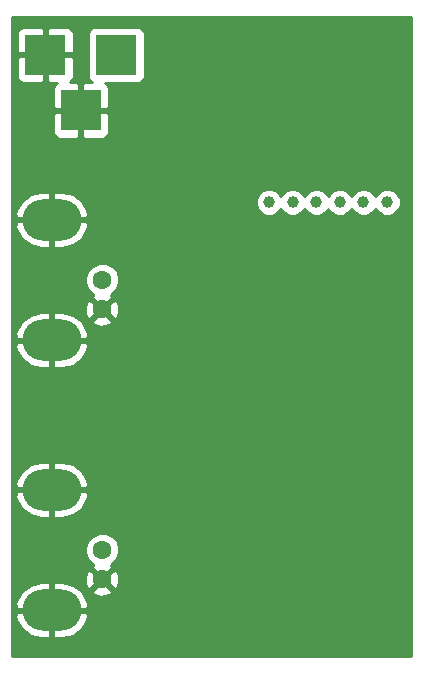
<source format=gbr>
G04 #@! TF.FileFunction,Copper,L2,Bot,Signal*
%FSLAX46Y46*%
G04 Gerber Fmt 4.6, Leading zero omitted, Abs format (unit mm)*
G04 Created by KiCad (PCBNEW 4.0.4-stable) date 12/12/16 02:41:32*
%MOMM*%
%LPD*%
G01*
G04 APERTURE LIST*
%ADD10C,0.100000*%
%ADD11R,3.500120X3.500120*%
%ADD12O,5.001260X3.500120*%
%ADD13C,1.600200*%
%ADD14C,1.000000*%
%ADD15C,0.254000*%
G04 APERTURE END LIST*
D10*
D11*
X131930140Y-77470000D03*
X125930660Y-77470000D03*
X128930400Y-82169000D03*
D12*
X126466600Y-101617780D03*
X126466600Y-91419680D03*
D13*
X130731260Y-96520000D03*
X130731260Y-99019360D03*
D12*
X126466600Y-124477780D03*
X126466600Y-114279680D03*
D13*
X130731260Y-119380000D03*
X130731260Y-121879360D03*
D14*
X144860000Y-89930000D03*
X146860000Y-89930000D03*
X148860000Y-89930000D03*
X150860000Y-89930000D03*
X152860000Y-89930000D03*
X154860000Y-89930000D03*
D15*
G36*
X156845000Y-128397000D02*
X123063000Y-128397000D01*
X123063000Y-124975793D01*
X123383544Y-124975793D01*
X123463921Y-125273170D01*
X123939735Y-126074469D01*
X124685974Y-126632687D01*
X125589030Y-126862840D01*
X126339600Y-126862840D01*
X126339600Y-124604780D01*
X126593600Y-124604780D01*
X126593600Y-126862840D01*
X127344170Y-126862840D01*
X128247226Y-126632687D01*
X128993465Y-126074469D01*
X129469279Y-125273170D01*
X129549656Y-124975793D01*
X129439855Y-124604780D01*
X126593600Y-124604780D01*
X126339600Y-124604780D01*
X123493345Y-124604780D01*
X123383544Y-124975793D01*
X123063000Y-124975793D01*
X123063000Y-123979767D01*
X123383544Y-123979767D01*
X123493345Y-124350780D01*
X126339600Y-124350780D01*
X126339600Y-122092720D01*
X126593600Y-122092720D01*
X126593600Y-124350780D01*
X129439855Y-124350780D01*
X129549656Y-123979767D01*
X129469279Y-123682390D01*
X128997079Y-122887177D01*
X129903048Y-122887177D01*
X129977195Y-123133307D01*
X130514460Y-123326424D01*
X131084730Y-123299239D01*
X131485325Y-123133307D01*
X131559472Y-122887177D01*
X130731260Y-122058965D01*
X129903048Y-122887177D01*
X128997079Y-122887177D01*
X128993465Y-122881091D01*
X128247226Y-122322873D01*
X127344170Y-122092720D01*
X126593600Y-122092720D01*
X126339600Y-122092720D01*
X125589030Y-122092720D01*
X124685974Y-122322873D01*
X123939735Y-122881091D01*
X123463921Y-123682390D01*
X123383544Y-123979767D01*
X123063000Y-123979767D01*
X123063000Y-121662560D01*
X129284196Y-121662560D01*
X129311381Y-122232830D01*
X129477313Y-122633425D01*
X129723443Y-122707572D01*
X130551655Y-121879360D01*
X130910865Y-121879360D01*
X131739077Y-122707572D01*
X131985207Y-122633425D01*
X132178324Y-122096160D01*
X132151139Y-121525890D01*
X131985207Y-121125295D01*
X131739077Y-121051148D01*
X130910865Y-121879360D01*
X130551655Y-121879360D01*
X129723443Y-121051148D01*
X129477313Y-121125295D01*
X129284196Y-121662560D01*
X123063000Y-121662560D01*
X123063000Y-119664207D01*
X129295912Y-119664207D01*
X129513932Y-120191857D01*
X129917280Y-120595909D01*
X129982771Y-120623103D01*
X129977195Y-120625413D01*
X129903048Y-120871543D01*
X130731260Y-121699755D01*
X131559472Y-120871543D01*
X131485325Y-120625413D01*
X131479881Y-120623456D01*
X131543117Y-120597328D01*
X131947169Y-120193980D01*
X132166110Y-119666711D01*
X132166608Y-119095793D01*
X131948588Y-118568143D01*
X131545240Y-118164091D01*
X131017971Y-117945150D01*
X130447053Y-117944652D01*
X129919403Y-118162672D01*
X129515351Y-118566020D01*
X129296410Y-119093289D01*
X129295912Y-119664207D01*
X123063000Y-119664207D01*
X123063000Y-114777693D01*
X123383544Y-114777693D01*
X123463921Y-115075070D01*
X123939735Y-115876369D01*
X124685974Y-116434587D01*
X125589030Y-116664740D01*
X126339600Y-116664740D01*
X126339600Y-114406680D01*
X126593600Y-114406680D01*
X126593600Y-116664740D01*
X127344170Y-116664740D01*
X128247226Y-116434587D01*
X128993465Y-115876369D01*
X129469279Y-115075070D01*
X129549656Y-114777693D01*
X129439855Y-114406680D01*
X126593600Y-114406680D01*
X126339600Y-114406680D01*
X123493345Y-114406680D01*
X123383544Y-114777693D01*
X123063000Y-114777693D01*
X123063000Y-113781667D01*
X123383544Y-113781667D01*
X123493345Y-114152680D01*
X126339600Y-114152680D01*
X126339600Y-111894620D01*
X126593600Y-111894620D01*
X126593600Y-114152680D01*
X129439855Y-114152680D01*
X129549656Y-113781667D01*
X129469279Y-113484290D01*
X128993465Y-112682991D01*
X128247226Y-112124773D01*
X127344170Y-111894620D01*
X126593600Y-111894620D01*
X126339600Y-111894620D01*
X125589030Y-111894620D01*
X124685974Y-112124773D01*
X123939735Y-112682991D01*
X123463921Y-113484290D01*
X123383544Y-113781667D01*
X123063000Y-113781667D01*
X123063000Y-102115793D01*
X123383544Y-102115793D01*
X123463921Y-102413170D01*
X123939735Y-103214469D01*
X124685974Y-103772687D01*
X125589030Y-104002840D01*
X126339600Y-104002840D01*
X126339600Y-101744780D01*
X126593600Y-101744780D01*
X126593600Y-104002840D01*
X127344170Y-104002840D01*
X128247226Y-103772687D01*
X128993465Y-103214469D01*
X129469279Y-102413170D01*
X129549656Y-102115793D01*
X129439855Y-101744780D01*
X126593600Y-101744780D01*
X126339600Y-101744780D01*
X123493345Y-101744780D01*
X123383544Y-102115793D01*
X123063000Y-102115793D01*
X123063000Y-101119767D01*
X123383544Y-101119767D01*
X123493345Y-101490780D01*
X126339600Y-101490780D01*
X126339600Y-99232720D01*
X126593600Y-99232720D01*
X126593600Y-101490780D01*
X129439855Y-101490780D01*
X129549656Y-101119767D01*
X129469279Y-100822390D01*
X128997079Y-100027177D01*
X129903048Y-100027177D01*
X129977195Y-100273307D01*
X130514460Y-100466424D01*
X131084730Y-100439239D01*
X131485325Y-100273307D01*
X131559472Y-100027177D01*
X130731260Y-99198965D01*
X129903048Y-100027177D01*
X128997079Y-100027177D01*
X128993465Y-100021091D01*
X128247226Y-99462873D01*
X127344170Y-99232720D01*
X126593600Y-99232720D01*
X126339600Y-99232720D01*
X125589030Y-99232720D01*
X124685974Y-99462873D01*
X123939735Y-100021091D01*
X123463921Y-100822390D01*
X123383544Y-101119767D01*
X123063000Y-101119767D01*
X123063000Y-98802560D01*
X129284196Y-98802560D01*
X129311381Y-99372830D01*
X129477313Y-99773425D01*
X129723443Y-99847572D01*
X130551655Y-99019360D01*
X130910865Y-99019360D01*
X131739077Y-99847572D01*
X131985207Y-99773425D01*
X132178324Y-99236160D01*
X132151139Y-98665890D01*
X131985207Y-98265295D01*
X131739077Y-98191148D01*
X130910865Y-99019360D01*
X130551655Y-99019360D01*
X129723443Y-98191148D01*
X129477313Y-98265295D01*
X129284196Y-98802560D01*
X123063000Y-98802560D01*
X123063000Y-96804207D01*
X129295912Y-96804207D01*
X129513932Y-97331857D01*
X129917280Y-97735909D01*
X129982771Y-97763103D01*
X129977195Y-97765413D01*
X129903048Y-98011543D01*
X130731260Y-98839755D01*
X131559472Y-98011543D01*
X131485325Y-97765413D01*
X131479881Y-97763456D01*
X131543117Y-97737328D01*
X131947169Y-97333980D01*
X132166110Y-96806711D01*
X132166608Y-96235793D01*
X131948588Y-95708143D01*
X131545240Y-95304091D01*
X131017971Y-95085150D01*
X130447053Y-95084652D01*
X129919403Y-95302672D01*
X129515351Y-95706020D01*
X129296410Y-96233289D01*
X129295912Y-96804207D01*
X123063000Y-96804207D01*
X123063000Y-91917693D01*
X123383544Y-91917693D01*
X123463921Y-92215070D01*
X123939735Y-93016369D01*
X124685974Y-93574587D01*
X125589030Y-93804740D01*
X126339600Y-93804740D01*
X126339600Y-91546680D01*
X126593600Y-91546680D01*
X126593600Y-93804740D01*
X127344170Y-93804740D01*
X128247226Y-93574587D01*
X128993465Y-93016369D01*
X129469279Y-92215070D01*
X129549656Y-91917693D01*
X129439855Y-91546680D01*
X126593600Y-91546680D01*
X126339600Y-91546680D01*
X123493345Y-91546680D01*
X123383544Y-91917693D01*
X123063000Y-91917693D01*
X123063000Y-90921667D01*
X123383544Y-90921667D01*
X123493345Y-91292680D01*
X126339600Y-91292680D01*
X126339600Y-89034620D01*
X126593600Y-89034620D01*
X126593600Y-91292680D01*
X129439855Y-91292680D01*
X129549656Y-90921667D01*
X129469279Y-90624290D01*
X129190480Y-90154775D01*
X143724803Y-90154775D01*
X143897233Y-90572086D01*
X144216235Y-90891645D01*
X144633244Y-91064803D01*
X145084775Y-91065197D01*
X145502086Y-90892767D01*
X145821645Y-90573765D01*
X145859880Y-90481685D01*
X145897233Y-90572086D01*
X146216235Y-90891645D01*
X146633244Y-91064803D01*
X147084775Y-91065197D01*
X147502086Y-90892767D01*
X147821645Y-90573765D01*
X147859880Y-90481685D01*
X147897233Y-90572086D01*
X148216235Y-90891645D01*
X148633244Y-91064803D01*
X149084775Y-91065197D01*
X149502086Y-90892767D01*
X149821645Y-90573765D01*
X149859880Y-90481685D01*
X149897233Y-90572086D01*
X150216235Y-90891645D01*
X150633244Y-91064803D01*
X151084775Y-91065197D01*
X151502086Y-90892767D01*
X151821645Y-90573765D01*
X151859880Y-90481685D01*
X151897233Y-90572086D01*
X152216235Y-90891645D01*
X152633244Y-91064803D01*
X153084775Y-91065197D01*
X153502086Y-90892767D01*
X153821645Y-90573765D01*
X153859880Y-90481685D01*
X153897233Y-90572086D01*
X154216235Y-90891645D01*
X154633244Y-91064803D01*
X155084775Y-91065197D01*
X155502086Y-90892767D01*
X155821645Y-90573765D01*
X155994803Y-90156756D01*
X155995197Y-89705225D01*
X155822767Y-89287914D01*
X155503765Y-88968355D01*
X155086756Y-88795197D01*
X154635225Y-88794803D01*
X154217914Y-88967233D01*
X153898355Y-89286235D01*
X153860120Y-89378315D01*
X153822767Y-89287914D01*
X153503765Y-88968355D01*
X153086756Y-88795197D01*
X152635225Y-88794803D01*
X152217914Y-88967233D01*
X151898355Y-89286235D01*
X151860120Y-89378315D01*
X151822767Y-89287914D01*
X151503765Y-88968355D01*
X151086756Y-88795197D01*
X150635225Y-88794803D01*
X150217914Y-88967233D01*
X149898355Y-89286235D01*
X149860120Y-89378315D01*
X149822767Y-89287914D01*
X149503765Y-88968355D01*
X149086756Y-88795197D01*
X148635225Y-88794803D01*
X148217914Y-88967233D01*
X147898355Y-89286235D01*
X147860120Y-89378315D01*
X147822767Y-89287914D01*
X147503765Y-88968355D01*
X147086756Y-88795197D01*
X146635225Y-88794803D01*
X146217914Y-88967233D01*
X145898355Y-89286235D01*
X145860120Y-89378315D01*
X145822767Y-89287914D01*
X145503765Y-88968355D01*
X145086756Y-88795197D01*
X144635225Y-88794803D01*
X144217914Y-88967233D01*
X143898355Y-89286235D01*
X143725197Y-89703244D01*
X143724803Y-90154775D01*
X129190480Y-90154775D01*
X128993465Y-89822991D01*
X128247226Y-89264773D01*
X127344170Y-89034620D01*
X126593600Y-89034620D01*
X126339600Y-89034620D01*
X125589030Y-89034620D01*
X124685974Y-89264773D01*
X123939735Y-89822991D01*
X123463921Y-90624290D01*
X123383544Y-90921667D01*
X123063000Y-90921667D01*
X123063000Y-82454750D01*
X126545340Y-82454750D01*
X126545340Y-84045370D01*
X126642013Y-84278759D01*
X126820642Y-84457387D01*
X127054031Y-84554060D01*
X128644650Y-84554060D01*
X128803400Y-84395310D01*
X128803400Y-82296000D01*
X129057400Y-82296000D01*
X129057400Y-84395310D01*
X129216150Y-84554060D01*
X130806769Y-84554060D01*
X131040158Y-84457387D01*
X131218787Y-84278759D01*
X131315460Y-84045370D01*
X131315460Y-82454750D01*
X131156710Y-82296000D01*
X129057400Y-82296000D01*
X128803400Y-82296000D01*
X126704090Y-82296000D01*
X126545340Y-82454750D01*
X123063000Y-82454750D01*
X123063000Y-77755750D01*
X123545600Y-77755750D01*
X123545600Y-79346370D01*
X123642273Y-79579759D01*
X123820902Y-79758387D01*
X124054291Y-79855060D01*
X125644910Y-79855060D01*
X125803660Y-79696310D01*
X125803660Y-77597000D01*
X126057660Y-77597000D01*
X126057660Y-79696310D01*
X126216410Y-79855060D01*
X126882332Y-79855060D01*
X126820642Y-79880613D01*
X126642013Y-80059241D01*
X126545340Y-80292630D01*
X126545340Y-81883250D01*
X126704090Y-82042000D01*
X128803400Y-82042000D01*
X128803400Y-79942690D01*
X129057400Y-79942690D01*
X129057400Y-82042000D01*
X131156710Y-82042000D01*
X131315460Y-81883250D01*
X131315460Y-80292630D01*
X131218787Y-80059241D01*
X131040158Y-79880613D01*
X131008500Y-79867500D01*
X133680200Y-79867500D01*
X133915517Y-79823222D01*
X134131641Y-79684150D01*
X134276631Y-79471950D01*
X134327640Y-79220060D01*
X134327640Y-75719940D01*
X134283362Y-75484623D01*
X134144290Y-75268499D01*
X133932090Y-75123509D01*
X133680200Y-75072500D01*
X130180080Y-75072500D01*
X129944763Y-75116778D01*
X129728639Y-75255850D01*
X129583649Y-75468050D01*
X129532640Y-75719940D01*
X129532640Y-79220060D01*
X129576918Y-79455377D01*
X129715990Y-79671501D01*
X129880550Y-79783940D01*
X129216150Y-79783940D01*
X129057400Y-79942690D01*
X128803400Y-79942690D01*
X128644650Y-79783940D01*
X127978728Y-79783940D01*
X128040418Y-79758387D01*
X128219047Y-79579759D01*
X128315720Y-79346370D01*
X128315720Y-77755750D01*
X128156970Y-77597000D01*
X126057660Y-77597000D01*
X125803660Y-77597000D01*
X123704350Y-77597000D01*
X123545600Y-77755750D01*
X123063000Y-77755750D01*
X123063000Y-75593630D01*
X123545600Y-75593630D01*
X123545600Y-77184250D01*
X123704350Y-77343000D01*
X125803660Y-77343000D01*
X125803660Y-75243690D01*
X126057660Y-75243690D01*
X126057660Y-77343000D01*
X128156970Y-77343000D01*
X128315720Y-77184250D01*
X128315720Y-75593630D01*
X128219047Y-75360241D01*
X128040418Y-75181613D01*
X127807029Y-75084940D01*
X126216410Y-75084940D01*
X126057660Y-75243690D01*
X125803660Y-75243690D01*
X125644910Y-75084940D01*
X124054291Y-75084940D01*
X123820902Y-75181613D01*
X123642273Y-75360241D01*
X123545600Y-75593630D01*
X123063000Y-75593630D01*
X123063000Y-74295000D01*
X156845000Y-74295000D01*
X156845000Y-128397000D01*
X156845000Y-128397000D01*
G37*
X156845000Y-128397000D02*
X123063000Y-128397000D01*
X123063000Y-124975793D01*
X123383544Y-124975793D01*
X123463921Y-125273170D01*
X123939735Y-126074469D01*
X124685974Y-126632687D01*
X125589030Y-126862840D01*
X126339600Y-126862840D01*
X126339600Y-124604780D01*
X126593600Y-124604780D01*
X126593600Y-126862840D01*
X127344170Y-126862840D01*
X128247226Y-126632687D01*
X128993465Y-126074469D01*
X129469279Y-125273170D01*
X129549656Y-124975793D01*
X129439855Y-124604780D01*
X126593600Y-124604780D01*
X126339600Y-124604780D01*
X123493345Y-124604780D01*
X123383544Y-124975793D01*
X123063000Y-124975793D01*
X123063000Y-123979767D01*
X123383544Y-123979767D01*
X123493345Y-124350780D01*
X126339600Y-124350780D01*
X126339600Y-122092720D01*
X126593600Y-122092720D01*
X126593600Y-124350780D01*
X129439855Y-124350780D01*
X129549656Y-123979767D01*
X129469279Y-123682390D01*
X128997079Y-122887177D01*
X129903048Y-122887177D01*
X129977195Y-123133307D01*
X130514460Y-123326424D01*
X131084730Y-123299239D01*
X131485325Y-123133307D01*
X131559472Y-122887177D01*
X130731260Y-122058965D01*
X129903048Y-122887177D01*
X128997079Y-122887177D01*
X128993465Y-122881091D01*
X128247226Y-122322873D01*
X127344170Y-122092720D01*
X126593600Y-122092720D01*
X126339600Y-122092720D01*
X125589030Y-122092720D01*
X124685974Y-122322873D01*
X123939735Y-122881091D01*
X123463921Y-123682390D01*
X123383544Y-123979767D01*
X123063000Y-123979767D01*
X123063000Y-121662560D01*
X129284196Y-121662560D01*
X129311381Y-122232830D01*
X129477313Y-122633425D01*
X129723443Y-122707572D01*
X130551655Y-121879360D01*
X130910865Y-121879360D01*
X131739077Y-122707572D01*
X131985207Y-122633425D01*
X132178324Y-122096160D01*
X132151139Y-121525890D01*
X131985207Y-121125295D01*
X131739077Y-121051148D01*
X130910865Y-121879360D01*
X130551655Y-121879360D01*
X129723443Y-121051148D01*
X129477313Y-121125295D01*
X129284196Y-121662560D01*
X123063000Y-121662560D01*
X123063000Y-119664207D01*
X129295912Y-119664207D01*
X129513932Y-120191857D01*
X129917280Y-120595909D01*
X129982771Y-120623103D01*
X129977195Y-120625413D01*
X129903048Y-120871543D01*
X130731260Y-121699755D01*
X131559472Y-120871543D01*
X131485325Y-120625413D01*
X131479881Y-120623456D01*
X131543117Y-120597328D01*
X131947169Y-120193980D01*
X132166110Y-119666711D01*
X132166608Y-119095793D01*
X131948588Y-118568143D01*
X131545240Y-118164091D01*
X131017971Y-117945150D01*
X130447053Y-117944652D01*
X129919403Y-118162672D01*
X129515351Y-118566020D01*
X129296410Y-119093289D01*
X129295912Y-119664207D01*
X123063000Y-119664207D01*
X123063000Y-114777693D01*
X123383544Y-114777693D01*
X123463921Y-115075070D01*
X123939735Y-115876369D01*
X124685974Y-116434587D01*
X125589030Y-116664740D01*
X126339600Y-116664740D01*
X126339600Y-114406680D01*
X126593600Y-114406680D01*
X126593600Y-116664740D01*
X127344170Y-116664740D01*
X128247226Y-116434587D01*
X128993465Y-115876369D01*
X129469279Y-115075070D01*
X129549656Y-114777693D01*
X129439855Y-114406680D01*
X126593600Y-114406680D01*
X126339600Y-114406680D01*
X123493345Y-114406680D01*
X123383544Y-114777693D01*
X123063000Y-114777693D01*
X123063000Y-113781667D01*
X123383544Y-113781667D01*
X123493345Y-114152680D01*
X126339600Y-114152680D01*
X126339600Y-111894620D01*
X126593600Y-111894620D01*
X126593600Y-114152680D01*
X129439855Y-114152680D01*
X129549656Y-113781667D01*
X129469279Y-113484290D01*
X128993465Y-112682991D01*
X128247226Y-112124773D01*
X127344170Y-111894620D01*
X126593600Y-111894620D01*
X126339600Y-111894620D01*
X125589030Y-111894620D01*
X124685974Y-112124773D01*
X123939735Y-112682991D01*
X123463921Y-113484290D01*
X123383544Y-113781667D01*
X123063000Y-113781667D01*
X123063000Y-102115793D01*
X123383544Y-102115793D01*
X123463921Y-102413170D01*
X123939735Y-103214469D01*
X124685974Y-103772687D01*
X125589030Y-104002840D01*
X126339600Y-104002840D01*
X126339600Y-101744780D01*
X126593600Y-101744780D01*
X126593600Y-104002840D01*
X127344170Y-104002840D01*
X128247226Y-103772687D01*
X128993465Y-103214469D01*
X129469279Y-102413170D01*
X129549656Y-102115793D01*
X129439855Y-101744780D01*
X126593600Y-101744780D01*
X126339600Y-101744780D01*
X123493345Y-101744780D01*
X123383544Y-102115793D01*
X123063000Y-102115793D01*
X123063000Y-101119767D01*
X123383544Y-101119767D01*
X123493345Y-101490780D01*
X126339600Y-101490780D01*
X126339600Y-99232720D01*
X126593600Y-99232720D01*
X126593600Y-101490780D01*
X129439855Y-101490780D01*
X129549656Y-101119767D01*
X129469279Y-100822390D01*
X128997079Y-100027177D01*
X129903048Y-100027177D01*
X129977195Y-100273307D01*
X130514460Y-100466424D01*
X131084730Y-100439239D01*
X131485325Y-100273307D01*
X131559472Y-100027177D01*
X130731260Y-99198965D01*
X129903048Y-100027177D01*
X128997079Y-100027177D01*
X128993465Y-100021091D01*
X128247226Y-99462873D01*
X127344170Y-99232720D01*
X126593600Y-99232720D01*
X126339600Y-99232720D01*
X125589030Y-99232720D01*
X124685974Y-99462873D01*
X123939735Y-100021091D01*
X123463921Y-100822390D01*
X123383544Y-101119767D01*
X123063000Y-101119767D01*
X123063000Y-98802560D01*
X129284196Y-98802560D01*
X129311381Y-99372830D01*
X129477313Y-99773425D01*
X129723443Y-99847572D01*
X130551655Y-99019360D01*
X130910865Y-99019360D01*
X131739077Y-99847572D01*
X131985207Y-99773425D01*
X132178324Y-99236160D01*
X132151139Y-98665890D01*
X131985207Y-98265295D01*
X131739077Y-98191148D01*
X130910865Y-99019360D01*
X130551655Y-99019360D01*
X129723443Y-98191148D01*
X129477313Y-98265295D01*
X129284196Y-98802560D01*
X123063000Y-98802560D01*
X123063000Y-96804207D01*
X129295912Y-96804207D01*
X129513932Y-97331857D01*
X129917280Y-97735909D01*
X129982771Y-97763103D01*
X129977195Y-97765413D01*
X129903048Y-98011543D01*
X130731260Y-98839755D01*
X131559472Y-98011543D01*
X131485325Y-97765413D01*
X131479881Y-97763456D01*
X131543117Y-97737328D01*
X131947169Y-97333980D01*
X132166110Y-96806711D01*
X132166608Y-96235793D01*
X131948588Y-95708143D01*
X131545240Y-95304091D01*
X131017971Y-95085150D01*
X130447053Y-95084652D01*
X129919403Y-95302672D01*
X129515351Y-95706020D01*
X129296410Y-96233289D01*
X129295912Y-96804207D01*
X123063000Y-96804207D01*
X123063000Y-91917693D01*
X123383544Y-91917693D01*
X123463921Y-92215070D01*
X123939735Y-93016369D01*
X124685974Y-93574587D01*
X125589030Y-93804740D01*
X126339600Y-93804740D01*
X126339600Y-91546680D01*
X126593600Y-91546680D01*
X126593600Y-93804740D01*
X127344170Y-93804740D01*
X128247226Y-93574587D01*
X128993465Y-93016369D01*
X129469279Y-92215070D01*
X129549656Y-91917693D01*
X129439855Y-91546680D01*
X126593600Y-91546680D01*
X126339600Y-91546680D01*
X123493345Y-91546680D01*
X123383544Y-91917693D01*
X123063000Y-91917693D01*
X123063000Y-90921667D01*
X123383544Y-90921667D01*
X123493345Y-91292680D01*
X126339600Y-91292680D01*
X126339600Y-89034620D01*
X126593600Y-89034620D01*
X126593600Y-91292680D01*
X129439855Y-91292680D01*
X129549656Y-90921667D01*
X129469279Y-90624290D01*
X129190480Y-90154775D01*
X143724803Y-90154775D01*
X143897233Y-90572086D01*
X144216235Y-90891645D01*
X144633244Y-91064803D01*
X145084775Y-91065197D01*
X145502086Y-90892767D01*
X145821645Y-90573765D01*
X145859880Y-90481685D01*
X145897233Y-90572086D01*
X146216235Y-90891645D01*
X146633244Y-91064803D01*
X147084775Y-91065197D01*
X147502086Y-90892767D01*
X147821645Y-90573765D01*
X147859880Y-90481685D01*
X147897233Y-90572086D01*
X148216235Y-90891645D01*
X148633244Y-91064803D01*
X149084775Y-91065197D01*
X149502086Y-90892767D01*
X149821645Y-90573765D01*
X149859880Y-90481685D01*
X149897233Y-90572086D01*
X150216235Y-90891645D01*
X150633244Y-91064803D01*
X151084775Y-91065197D01*
X151502086Y-90892767D01*
X151821645Y-90573765D01*
X151859880Y-90481685D01*
X151897233Y-90572086D01*
X152216235Y-90891645D01*
X152633244Y-91064803D01*
X153084775Y-91065197D01*
X153502086Y-90892767D01*
X153821645Y-90573765D01*
X153859880Y-90481685D01*
X153897233Y-90572086D01*
X154216235Y-90891645D01*
X154633244Y-91064803D01*
X155084775Y-91065197D01*
X155502086Y-90892767D01*
X155821645Y-90573765D01*
X155994803Y-90156756D01*
X155995197Y-89705225D01*
X155822767Y-89287914D01*
X155503765Y-88968355D01*
X155086756Y-88795197D01*
X154635225Y-88794803D01*
X154217914Y-88967233D01*
X153898355Y-89286235D01*
X153860120Y-89378315D01*
X153822767Y-89287914D01*
X153503765Y-88968355D01*
X153086756Y-88795197D01*
X152635225Y-88794803D01*
X152217914Y-88967233D01*
X151898355Y-89286235D01*
X151860120Y-89378315D01*
X151822767Y-89287914D01*
X151503765Y-88968355D01*
X151086756Y-88795197D01*
X150635225Y-88794803D01*
X150217914Y-88967233D01*
X149898355Y-89286235D01*
X149860120Y-89378315D01*
X149822767Y-89287914D01*
X149503765Y-88968355D01*
X149086756Y-88795197D01*
X148635225Y-88794803D01*
X148217914Y-88967233D01*
X147898355Y-89286235D01*
X147860120Y-89378315D01*
X147822767Y-89287914D01*
X147503765Y-88968355D01*
X147086756Y-88795197D01*
X146635225Y-88794803D01*
X146217914Y-88967233D01*
X145898355Y-89286235D01*
X145860120Y-89378315D01*
X145822767Y-89287914D01*
X145503765Y-88968355D01*
X145086756Y-88795197D01*
X144635225Y-88794803D01*
X144217914Y-88967233D01*
X143898355Y-89286235D01*
X143725197Y-89703244D01*
X143724803Y-90154775D01*
X129190480Y-90154775D01*
X128993465Y-89822991D01*
X128247226Y-89264773D01*
X127344170Y-89034620D01*
X126593600Y-89034620D01*
X126339600Y-89034620D01*
X125589030Y-89034620D01*
X124685974Y-89264773D01*
X123939735Y-89822991D01*
X123463921Y-90624290D01*
X123383544Y-90921667D01*
X123063000Y-90921667D01*
X123063000Y-82454750D01*
X126545340Y-82454750D01*
X126545340Y-84045370D01*
X126642013Y-84278759D01*
X126820642Y-84457387D01*
X127054031Y-84554060D01*
X128644650Y-84554060D01*
X128803400Y-84395310D01*
X128803400Y-82296000D01*
X129057400Y-82296000D01*
X129057400Y-84395310D01*
X129216150Y-84554060D01*
X130806769Y-84554060D01*
X131040158Y-84457387D01*
X131218787Y-84278759D01*
X131315460Y-84045370D01*
X131315460Y-82454750D01*
X131156710Y-82296000D01*
X129057400Y-82296000D01*
X128803400Y-82296000D01*
X126704090Y-82296000D01*
X126545340Y-82454750D01*
X123063000Y-82454750D01*
X123063000Y-77755750D01*
X123545600Y-77755750D01*
X123545600Y-79346370D01*
X123642273Y-79579759D01*
X123820902Y-79758387D01*
X124054291Y-79855060D01*
X125644910Y-79855060D01*
X125803660Y-79696310D01*
X125803660Y-77597000D01*
X126057660Y-77597000D01*
X126057660Y-79696310D01*
X126216410Y-79855060D01*
X126882332Y-79855060D01*
X126820642Y-79880613D01*
X126642013Y-80059241D01*
X126545340Y-80292630D01*
X126545340Y-81883250D01*
X126704090Y-82042000D01*
X128803400Y-82042000D01*
X128803400Y-79942690D01*
X129057400Y-79942690D01*
X129057400Y-82042000D01*
X131156710Y-82042000D01*
X131315460Y-81883250D01*
X131315460Y-80292630D01*
X131218787Y-80059241D01*
X131040158Y-79880613D01*
X131008500Y-79867500D01*
X133680200Y-79867500D01*
X133915517Y-79823222D01*
X134131641Y-79684150D01*
X134276631Y-79471950D01*
X134327640Y-79220060D01*
X134327640Y-75719940D01*
X134283362Y-75484623D01*
X134144290Y-75268499D01*
X133932090Y-75123509D01*
X133680200Y-75072500D01*
X130180080Y-75072500D01*
X129944763Y-75116778D01*
X129728639Y-75255850D01*
X129583649Y-75468050D01*
X129532640Y-75719940D01*
X129532640Y-79220060D01*
X129576918Y-79455377D01*
X129715990Y-79671501D01*
X129880550Y-79783940D01*
X129216150Y-79783940D01*
X129057400Y-79942690D01*
X128803400Y-79942690D01*
X128644650Y-79783940D01*
X127978728Y-79783940D01*
X128040418Y-79758387D01*
X128219047Y-79579759D01*
X128315720Y-79346370D01*
X128315720Y-77755750D01*
X128156970Y-77597000D01*
X126057660Y-77597000D01*
X125803660Y-77597000D01*
X123704350Y-77597000D01*
X123545600Y-77755750D01*
X123063000Y-77755750D01*
X123063000Y-75593630D01*
X123545600Y-75593630D01*
X123545600Y-77184250D01*
X123704350Y-77343000D01*
X125803660Y-77343000D01*
X125803660Y-75243690D01*
X126057660Y-75243690D01*
X126057660Y-77343000D01*
X128156970Y-77343000D01*
X128315720Y-77184250D01*
X128315720Y-75593630D01*
X128219047Y-75360241D01*
X128040418Y-75181613D01*
X127807029Y-75084940D01*
X126216410Y-75084940D01*
X126057660Y-75243690D01*
X125803660Y-75243690D01*
X125644910Y-75084940D01*
X124054291Y-75084940D01*
X123820902Y-75181613D01*
X123642273Y-75360241D01*
X123545600Y-75593630D01*
X123063000Y-75593630D01*
X123063000Y-74295000D01*
X156845000Y-74295000D01*
X156845000Y-128397000D01*
M02*

</source>
